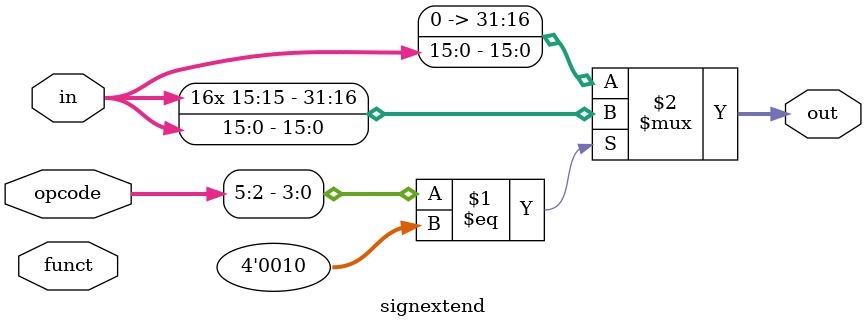
<source format=v>
`timescale 1ns / 1ps

module signextend (
    input wire [5:0] opcode,
    input wire [5:0] funct,
    input wire [15:0] in,
    output wire [31:0] out
);
    assign out = (opcode[5:2] == 4'b00_10)?
                    {{16{in[15]}},in[15:0]}:
                    {{16{1'b0}},in[15:0]};

endmodule
</source>
